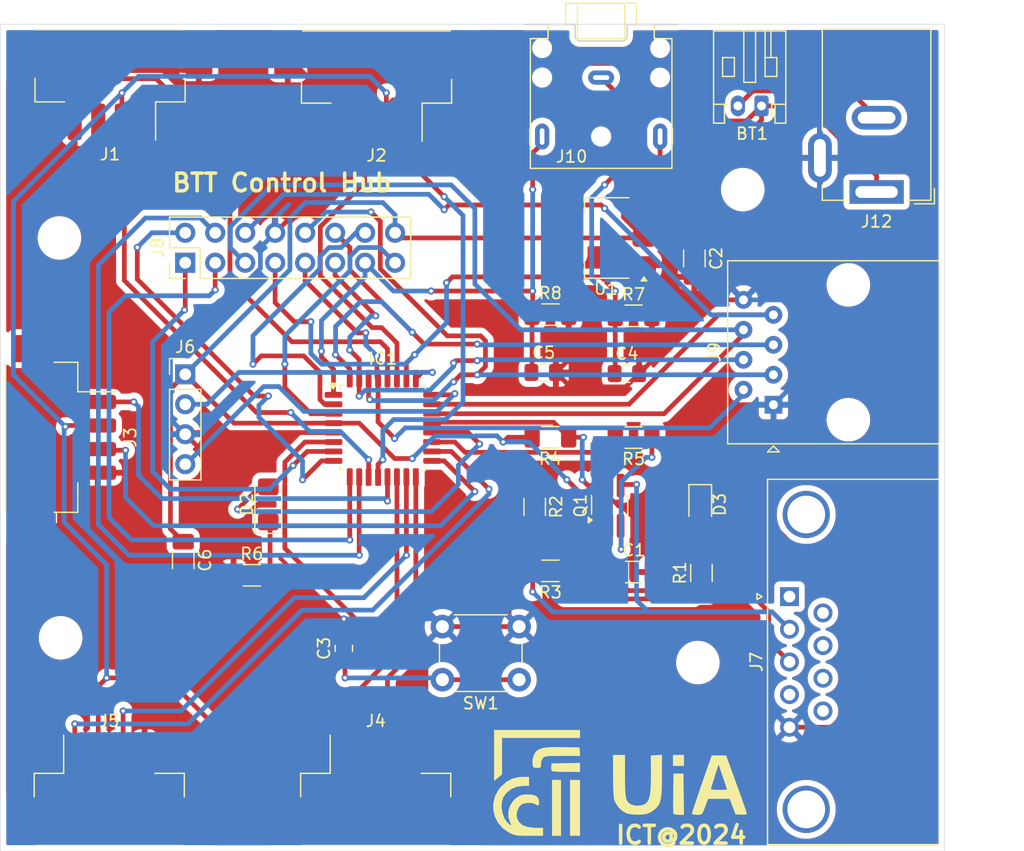
<source format=kicad_pcb>
(kicad_pcb (version 20240108) (generator "pcbnew") (generator_version "8.0")
  (layers (0 "F.Cu" signal) (31 "B.Cu" signal) (34 "B.Paste" user) (35 "F.Paste" user) (36 "B.SilkS" user "B.Silkscreen") (37 "F.SilkS" user "F.Silkscreen") (38 "B.Mask" user) (39 "F.Mask" user) (44 "Edge.Cuts" user))
  (net 0 "")
  (net 1 "Net-(BT1--)")
  (net 2 "+6V")
  (net 3 "Net-(D3-A)")
  (net 4 "GNDREF")
  (net 5 "Net-(IC1-VDD{slash}VDDA)")
  (net 6 "NRST")
  (net 7 "PA15")
  (net 8 "PB9")
  (net 9 "Net-(D3-K)")
  (net 10 "Net-(D2-A)")
  (net 11 "Net-(D2-K)")
  (net 12 "Target1int")
  (net 13 "Servo1pwm")
  (net 14 "Target2Int")
  (net 15 "Servo2pwm")
  (net 16 "Target3Int")
  (net 17 "Servo3pwm")
  (net 18 "Target4Int")
  (net 19 "Servo4pwm")
  (net 20 "Target5Int")
  (net 21 "Servo5pwm")
  (net 22 "SWCLK{slash}BOOT0")
  (net 23 "SWDIO")
  (net 30 "Net-(Q1B-C2)")
  (net 31 "PB8")
  (net 32 "PA12")
  (net 33 "PB7")
  (net 34 "PA0")
  (net 35 "USART2_RX")
  (net 36 "PB5")
  (net 37 "PA1")
  (net 38 "PB6")
  (net 39 "PC14")
  (net 40 "USART2_TX")
  (net 41 "PC15")
  (net 42 "PA11")
  (net 43 "Net-(Q1A-B1)")
  (net 44 "USART1_RX")
  (net 45 "Net-(Q1B-B2)")
  (net 46 "USART1_TX")
  (footprint "Resistor_SMD:R_1206_3216Metric_Pad1.30x1.75mm_HandSolder" (layer "F.Cu") (at 158.05 82.7)
    (property "Reference" "R7")
    (property "Value" "10k")
  )
  (footprint "Resistor_SMD:R_1206_3216Metric_Pad1.30x1.75mm_HandSolder" (layer "F.Cu") (at 158.05 93.025 180)
    (property "Reference" "R5")
    (property "Value" "10k")
  )
  (footprint "Connector_Hirose:Hirose_DF3EA-04P-2H_1x04-1MP_P2.00mm_Horizontal" (layer "F.Cu") (at 136.270331 63.505 180)
    (property "Reference" "J2")
    (property "Value" "Target2")
  )
  (footprint "MountingHole:MountingHole_3.2mm_M3" (layer "F.Cu") (at 163.5 112.1)
    (property "Reference" "REF**" (hide yes))
    (property "Value" "MountingHole_3.2mm_M3" (hide yes))
  )
  (footprint "Connector_Hirose:Hirose_DF3EA-04P-2H_1x04-1MP_P2.00mm_Horizontal" (layer "F.Cu") (at 113.62 122.65)
    (property "Reference" "J5")
    (property "Value" "Target5")
  )
  (footprint "Capacitor_SMD:C_1206_3216Metric_Pad1.33x1.80mm_HandSolder" (layer "F.Cu") (at 158.08 104.425)
    (property "Reference" "C1")
    (property "Value" "47uF")
  )
  (footprint "Connector_PinHeader_2.54mm:PinHeader_1x04_P2.54mm_Vertical" (layer "F.Cu") (at 120.06 87.66)
    (property "Reference" "J6")
    (property "Value" "SWD")
  )
  (footprint "Diode_SMD:D_0805_2012Metric" (layer "F.Cu") (at 163.7 98.7 -90)
    (property "Reference" "D3")
    (property "Value" "CD4148W")
  )
  (footprint "Connector_RJ:RJ45_Amphenol_54602-x08_Horizontal" (layer "F.Cu") (at 169.9 90.2375 90)
    (property "Reference" "J9")
    (property "Value" "8P8C")
  )
  (footprint "Capacitor_SMD:C_1206_3216Metric_Pad1.33x1.80mm_HandSolder" (layer "F.Cu") (at 163.2 77.8375 -90)
    (property "Reference" "C2")
    (property "Value" "470µ")
  )
  (footprint "Package_TO_SOT_SMD:TSOT-23-6_HandSoldering" (layer "F.Cu") (at 156 98.8 90)
    (property "Reference" "Q1")
    (property "Value" "FMB3946")
  )
  (footprint "Connector_Hirose:Hirose_DF3EA-04P-2H_1x04-1MP_P2.00mm_Horizontal" (layer "F.Cu") (at 136.2 122.65)
    (property "Reference" "J4")
    (property "Value" "Target4")
  )
  (footprint "Connector_JST:JST_PH_S2B-PH-K_1x02_P2.00mm_Horizontal" (layer "F.Cu") (at 168.890331 64.905 180)
    (property "Reference" "BT1")
    (property "Value" "Battery")
  )
  (footprint "Capacitor_SMD:C_1206_3216Metric_Pad1.33x1.80mm_HandSolder" (layer "F.Cu") (at 119.890331 103.4175 -90)
    (property "Reference" "C6")
    (property "Value" "100n")
  )
  (footprint "Resistor_SMD:R_1206_3216Metric_Pad1.30x1.75mm_HandSolder" (layer "F.Cu") (at 151 104.325 180)
    (property "Reference" "R3")
    (property "Value" "10k")
  )
  (footprint "Connector_Dsub:DSUB-9_Female_Horizontal_P2.77x2.84mm_EdgePinOffset9.90mm_Housed_MountingHolesOffset11.32mm" (layer "F.Cu") (at 171.26 106.505 90)
    (property "Reference" "J7")
    (property "Value" "DB9_Female" (hide yes))
  )
  (footprint "uia_Logo:uiaLogo" (layer "F.Cu") (at 156.9 122.3)
    (property "Reference" "G***" (hide yes))
    (property "Value" "LOGO" (hide yes))
  )
  (footprint "MountingHole:MountingHole_3.2mm_M3" (layer "F.Cu") (at 167.3 72)
    (property "Reference" "REF**" (hide yes))
    (property "Value" "MountingHole_3.2mm_M3" (hide yes))
  )
  (footprint "Connector_Hirose:Hirose_DF3EA-04P-2H_1x04-1MP_P2.00mm_Horizontal" (layer "F.Cu") (at 109.8 93 -90)
    (property "Reference" "J3")
    (property "Value" "Target3")
  )
  (footprint "Capacitor_SMD:C_0805_2012Metric_Pad1.18x1.45mm_HandSolder" (layer "F.Cu") (at 157.48 87.6)
    (property "Reference" "C4")
    (property "Value" "100nF")
  )
  (footprint "Resistor_SMD:R_1206_3216Metric_Pad1.30x1.75mm_HandSolder" (layer "F.Cu") (at 163.8 104.5 90)
    (property "Reference" "R1")
    (property "Value" "10k")
  )
  (footprint "Connector_Audio:Jack_3.5mm_CUI_SJ1-3523N_Horizontal" (layer "F.Cu") (at 155.3 62.5 180)
    (property "Reference" "J10")
    (property "Value" "AudioJack3")
    (fp_line (start 2.2 4.5) (end 6.5 4.5) (stroke (width 0.12)) (layer "Edge.Cuts"))
    (fp_line (start 2.2 3.5) (end 2.2 4.5) (stroke (width 0.12)) (layer "Edge.Cuts"))
    (fp_line (start 1.8 3.1) (end -1.8 3.1) (stroke (width 0.12)) (layer "Edge.Cuts"))
    (fp_line (start -2.2 4.5) (end -6.5 4.5) (stroke (width 0.12)) (layer "Edge.Cuts"))
    (fp_line (start -2.2 3.5) (end -2.2 4.5) (stroke (width 0.12)) (layer "Edge.Cuts"))
    (fp_arc (start 1.8 3.1) (mid 2.082843 3.217157) (end 2.2 3.5) (stroke (width 0.12)) (layer "Edge.Cuts"))
    (fp_arc (start -2.2 3.5) (mid -2.082842 3.217158) (end -1.8 3.1) (stroke (width 0.12)) (layer "Edge.Cuts"))
  )
  (footprint "Resistor_SMD:R_1206_3216Metric_Pad1.30x1.75mm_HandSolder" (layer "F.Cu") (at 149.67 98.9 -90)
    (property "Reference" "R2")
    (property "Value" "10k")
  )
  (footprint "Resistor_SMD:R_1206_3216Metric_Pad1.30x1.75mm_HandSolder" (layer "F.Cu") (at 151 93 180)
    (property "Reference" "R4")
    (property "Value" "10k")
  )
  (footprint "Connector_Hirose:Hirose_DF3EA-04P-2H_1x04-1MP_P2.00mm_Horizontal" (layer "F.Cu") (at 113.690331 63.405 180)
    (property "Reference" "J1")
    (property "Value" "Target1")
  )
  (footprint "Button_Switch_THT:SW_PUSH_6mm_H5mm" (layer "F.Cu") (at 148.35 113.55 180)
    (property "Reference" "SW1")
    (property "Value" "RESET")
  )
  (footprint "Connector_PinHeader_2.54mm:PinHeader_2x08_P2.54mm_Vertical" (layer "F.Cu") (at 120.06 78.2 90)
    (property "Reference" "J8")
    (property "Value" "Utility Pins ")
  )
  (footprint "MountingHole:MountingHole_3.2mm_M3" (layer "F.Cu") (at 109.4 76.1)
    (property "Reference" "REF**" (hide yes))
    (property "Value" "MountingHole_3.2mm_M3" (hide yes))
  )
  (footprint "Resistor_SMD:R_1206_3216Metric_Pad1.30x1.75mm_HandSolder" (layer "F.Cu") (at 151 82.6)
    (property "Reference" "R8")
    (property "Value" "10k")
  )
  (footprint "LED_SMD:LED_1206_3216Metric_Pad1.42x1.75mm_HandSolder" (layer "F.Cu") (at 127.1 98.6875 90)
    (property "Reference" "D2")
    (property "Value" "LED")
  )
  (footprint "Package_TO_SOT_SMD:SOT-223-3_TabPin2" (layer "F.Cu") (at 155.8 76.1 180)
    (property "Reference" "U1")
    (property "Value" "AMS1117-3.3")
  )
  (footprint "Capacitor_SMD:C_0805_2012Metric_Pad1.18x1.45mm_HandSolder" (layer "F.Cu") (at 133.5 110.9 90)
    (property "Reference" "C3")
    (property "Value" "100nF")
  )
  (footprint "Capacitor_SMD:C_0805_2012Metric_Pad1.18x1.45mm_HandSolder" (layer "F.Cu") (at 150.43 87.5)
    (property "Reference" "C5")
    (property "Value" "100nF")
  )
  (footprint "MountingHole:MountingHole_3.2mm_M3" (layer "F.Cu") (at 109.5 110)
    (property "Reference" "REF**" (hide yes))
    (property "Value" "MountingHole_3.2mm_M3" (hide yes))
  )
  (footprint "Package_QFP:LQFP-32_7x7mm_P0.8mm" (layer "F.Cu") (at 136.8 92.2)
    (property "Reference" "IC1")
    (property "Value" "STM32G030K6T6")
  )
  (footprint "Resistor_SMD:R_1206_3216Metric_Pad1.30x1.75mm_HandSolder" (layer "F.Cu") (at 125.7 104.7)
    (property "Reference" "R6")
    (property "Value" "1k")
  )
  (footprint "Connector_BarrelJack:BarrelJack_GCT_DCJ200-10-A_Horizontal" (layer "F.Cu") (at 178.640331 72.205 180)
    (property "Reference" "J12")
    (property "Value" "Barrel_Jack_Switch" (hide yes))
  )
  (gr_rect (start 104.390331 57.98) (end 184.390331 128.08) (stroke (width 0.05)) (fill none) (layer "Edge.Cuts"))
  (gr_text "BTT Control Hub" (at 118.8 72.3 0) (layer "F.SilkS") (effects (font (size 1.5 1.5) (thickness 0.3) (bold yes)) (justify left bottom)))
  (gr_text "ICT@2024" (at 156.4 127.6 0) (layer "F.SilkS") (effects (font (size 1.5 1.5) (thickness 0.3) (bold yes)) (justify left bottom)))
  (segment (start 176.365331 63.63) (end 168.165331 63.63) (width 0.4) (layer "F.Cu") (net 1))
  (segment (start 178.640331 65.905) (end 176.365331 63.63) (width 0.4) (layer "F.Cu") (net 1))
  (segment (start 168.165331 63.63) (end 166.890331 64.905) (width 0.4) (layer "F.Cu") (net 1))
  (segment (start 114.690331 66.255) (end 114.690331 63.809669) (width 0.4) (layer "F.Cu") (net 2))
  (segment (start 172.740331 64.905) (end 168.890331 64.905) (width 0.4) (layer "F.Cu") (net 2))
  (segment (start 158.95 73.8) (end 161.2 73.8) (width 0.4) (layer "F.Cu") (net 2))
  (segment (start 146.471497 61.3) (end 143.371497 64.4) (width 0.4) (layer "F.Cu") (net 2))
  (segment (start 112.65 92) (end 110 92) (width 0.4) (layer "F.Cu") (net 2))
  (segment (start 161.2 73.8) (end 168.890331 66.109669) (width 0.4) (layer "F.Cu") (net 2))
  (segment (start 161.58 66.18) (end 156.7 61.3) (width 0.4) (layer "F.Cu") (net 2))
  (segment (start 137.1 66.184669) (end 137.270331 66.355) (width 0.4) (layer "F.Cu") (net 2))
  (segment (start 112.690331 114.109669) (end 112.690331 118.309669) (width 0.4) (layer "F.Cu") (net 2))
  (segment (start 135.2 121.7) (end 135.2 119.8) (width 0.4) (layer "F.Cu") (net 2))
  (segment (start 168.890331 64.905) (end 167.615331 66.18) (width 0.4) (layer "F.Cu") (net 2))
  (segment (start 137.270331 64.805) (end 137.270331 66.355) (width 0.4) (layer "F.Cu") (net 2))
  (segment (start 137.675331 64.4) (end 137.270331 64.805) (width 0.4) (layer "F.Cu") (net 2))
  (segment (start 118.5 113.4) (end 127.6 122.5) (width 0.4) (layer "F.Cu") (net 2))
  (segment (start 178.640331 70.805) (end 172.740331 64.905) (width 0.4) (layer "F.Cu") (net 2))
  (segment (start 134.4 122.5) (end 135.2 121.7) (width 0.4) (layer "F.Cu") (net 2))
  (segment (start 167.615331 66.18) (end 161.58 66.18) (width 0.4) (layer "F.Cu") (net 2))
  (segment (start 137.1 63.8) (end 137.1 66.184669) (width 0.4) (layer "F.Cu") (net 2))
  (segment (start 156.7 61.3) (end 146.471497 61.3) (width 0.4) (layer "F.Cu") (net 2))
  (segment (start 114.690331 63.809669) (end 114.7 63.8) (width 0.4) (layer "F.Cu") (net 2))
  (segment (start 113.4 113.4) (end 112.690331 114.109669) (width 0.4) (layer "F.Cu") (net 2))
  (segment (start 110 92) (end 109.9 92.1) (width 0.4) (layer "F.Cu") (net 2))
  (segment (start 178.640331 72.205) (end 178.640331 70.805) (width 0.4) (layer "F.Cu") (net 2))
  (segment (start 113.4 113.4) (end 118.5 113.4) (width 0.4) (layer "F.Cu") (net 2))
  (segment (start 112.65 92) (end 111.1 92) (width 0.4) (layer "F.Cu") (net 2))
  (segment (start 127.6 122.5) (end 134.4 122.5) (width 0.4) (layer "F.Cu") (net 2))
  (segment (start 168.890331 66.109669) (end 168.890331 64.905) (width 0.4) (layer "F.Cu") (net 2))
  (segment (start 143.371497 64.4) (end 137.675331 64.4) (width 0.4) (layer "F.Cu") (net 2))
  (via (at 109.9 92.1) (size 0.6) (drill 0.3) (layers "F.Cu" "B.Cu") (net 2))
  (via (at 113.4 113.4) (size 0.6) (drill 0.3) (layers "F.Cu" "B.Cu") (net 2))
  (via (at 137.1 63.8) (size 0.6) (drill 0.3) (layers "F.Cu" "B.Cu") (net 2))
  (via (at 114.7 63.8) (size 0.6) (drill 0.3) (layers "F.Cu" "B.Cu") (net 2))
  (segment (start 113.4 113.4) (end 113.4 103.8) (width 0.4) (layer "B.Cu") (net 2))
  (segment (start 105.5 87.7) (end 105.5 73) (width 0.4) (layer "B.Cu") (net 2))
  (segment (start 109.9 92.1) (end 105.5 87.7) (width 0.4) (layer "B.Cu") (net 2))
  (segment (start 114.7 63.8) (end 116.1 62.4) (width 0.4) (layer "B.Cu") (net 2))
  (segment (start 109.8 100.2) (end 109.8 92.2) (width 0.4) (layer "B.Cu") (net 2))
  (segment (start 113.4 103.8) (end 109.8 100.2) (width 0.4) (layer "B.Cu") (net 2))
  (segment (start 105.5 73) (end 114.7 63.8) (width 0.4) (layer "B.Cu") (net 2))
  (segment (start 135.7 62.4) (end 137.1 63.8) (width 0.4) (layer "B.Cu") (net 2))
  (segment (start 116.1 62.4) (end 135.7 62.4) (width 0.4) (layer "B.Cu") (net 2))
  (segment (start 109.8 92.2) (end 109.9 92.1) (width 0.4) (layer "B.Cu") (net 2))
  (segment (start 156.4175 104.325) (end 156.5175 104.425) (width 0.4) (layer "F.Cu") (net 3))
  (segment (start 161.6 104.8) (end 160.4 106) (width 0.4) (layer "F.Cu") (net 3))
  (segment (start 160.4 106) (end 157.6 106) (width 0.4) (layer "F.Cu") (net 3))
  (segment (start 152.55 104.325) (end 156.4175 104.325) (width 0.4) (layer "F.Cu") (net 3))
  (segment (start 157.6 106) (end 156.5175 104.9175) (width 0.4) (layer "F.Cu") (net 3))
  (segment (start 156.5175 104.9175) (end 156.5175 104.425) (width 0.4) (layer "F.Cu") (net 3))
  (segment (start 163.7 99.6375) (end 161.6 101.7375) (width 0.4) (layer "F.Cu") (net 3))
  (segment (start 161.6 101.7375) (end 161.6 104.8) (width 0.4) (layer "F.Cu") (net 3))
  (segment (start 163.7 99.6375) (end 164.2625 99.6375) (width 0.4) (layer "F.Cu") (net 3))
  (segment (start 147.5 108.2) (end 147.5 99.52) (width 0.4) (layer "F.Cu") (net 4))
  (segment (start 156.729998 98.49) (end 156.39 98.49) (width 0.4) (layer "F.Cu") (net 4))
  (segment (start 110.690331 63.609669) (end 112.4 61.9) (width 0.4) (layer "F.Cu") (net 4))
  (segment (start 120.06 92.74) (end 122.5 95.18) (width 0.4) (layer "F.Cu") (net 4))
  (segment (start 132.625 92.6) (end 120.2 92.6) (width 0.4) (layer "F.Cu") (net 4))
  (segment (start 112.65 96) (end 112.65 97.739669) (width 0.4) (layer "F.Cu") (net 4))
  (segment (start 159.6425 104.425) (end 159.6425 101.402502) (width 0.4) (layer "F.Cu") (net 4))
  (segment (start 112.4 61.9) (end 112.7 61.9) (width 0.4) (layer "F.Cu") (net 4))
  (segment (start 110 122.6) (end 109.8 122.6) (width 0.4) (layer "F.Cu") (net 4))
  (segment (start 109.8 122.6) (end 108.8 121.6) (width 0.4) (layer "F.Cu") (net 4))
  (segment (start 143.72 125.4) (end 139.2 120.88) (width 0.4) (layer "F.Cu") (net 4))
  (segment (start 107.05 91.95) (end 111.1 96) (width 0.4) (layer "F.Cu") (net 4))
  (segment (start 143.790331 60.755) (end 134.145 60.755) (width 0.4) (layer "F.Cu") (net 4))
  (segment (start 106.1 125.4) (end 108.9 122.6) (width 0.4) (layer "F.Cu") (net 4))
  (segment (start 116.62 120.88) (end 116.62 119.8) (width 0.4) (layer "F.Cu") (net 4))
  (segment (start 108.8 121.6) (end 108.8 116.070331) (width 0.4) (layer "F.Cu") (net 4))
  (segment (start 165.2 95.8) (end 175.6 106.2) (width 0.4) (layer "F.Cu") (net 4))
  (segment (start 111.57 96) (end 112.65 96) (width 0.4) (layer "F.Cu") (net 4))
  (segment (start 118.3 61.9) (end 127.6 71.2) (width 0.4) (layer "F.Cu") (net 4))
  (segment (start 122.5 103.05) (end 124.15 104.7) (width 0.4) (layer "F.Cu") (net 4))
  (segment (start 108.9 122.6) (end 110 122.6) (width 0.4) (layer "F.Cu") (net 4))
  (segment (start 161.05 95.95) (end 161.2 95.8) (width 0.4) (layer "F.Cu") (net 4))
  (segment (start 147.5 99.52) (end 149.67 97.35) (width 0.4) (layer "F.Cu") (net 4))
  (segment (start 116.62 119.8) (end 116.62 121.35) (width 0.4) (layer "F.Cu") (net 4))
  (segment (start 159.6425 104.425) (end 159.6425 97.3575) (width 0.4) (layer "F.Cu") (net 4))
  (segment (start 128.68 125.4) (end 121.14 125.4) (width 0.4) (layer "F.Cu") (net 4))
  (segment (start 149.67 97.35) (end 149.67 96.63) (width 0.4) (layer "F.Cu") (net 4))
  (segment (start 134.145 60.755) (end 131.447665 63.452335) (width 0.4) (layer "F.Cu") (net 4))
  (segment (start 141.85 109.05) (end 148.35 109.05) (width 0.4) (layer "F.Cu") (net 4))
  (segment (start 159.6 82.7) (end 159.6 86.5175) (width 0.4) (layer "F.Cu") (net 4))
  (segment (start 124.15 104.7) (end 129.3125 109.8625) (width 0.4) (layer "F.Cu") (net 4))
  (segment (start 122.5 95.18) (end 122.5 103.05) (width 0.4) (layer "F.Cu") (net 4))
  (segment (start 112.7 61.9) (end 118.3 61.9) (width 0.4) (layer "F.Cu") (net 4))
  (segment (start 148.35 109.05) (end 147.5 108.2) (width 0.4) (layer "F.Cu") (net 4))
  (segment (start 151.4675 87.5) (end 152.6925 88.725) (width 0.4) (layer "F.Cu") (net 4))
  (segment (start 158.95 78.4) (end 158.95 82.05) (width 0.4) (layer "F.Cu") (net 4))
  (segment (start 116.62 121.35) (end 115.37 122.6) (width 0.4) (layer "F.Cu") (net 4))
  (segment (start 121.14 125.4) (end 116.62 120.88) (width 0.4) (layer "F.Cu") (net 4))
  (segment (start 158.95 82.05) (end 159.6 82.7) (width 0.4) (layer "F.Cu") (net 4))
  (segment (start 162.2 78.4) (end 163.2 79.4) (width 0.4) (layer "F.Cu") (net 4))
  (segment (start 119.965331 61.9) (end 112.7 61.9) (width 0.4) (layer "F.Cu") (net 4))
  (segment (start 107.05 100.52) (end 111.57 96) (width 0.4) (layer "F.Cu") (net 4))
  (segment (start 133.270331 70.069669) (end 127.68 75.66) (width 0.4) (layer "F.Cu") (net 4))
  (segment (start 167.36 81.3475) (end 165.1475 81.3475) (width 0.4) (layer "F.Cu") (net 4))
  (segment (start 174.815 117.585) (end 171.26 117.585) (width 0.4) (layer "F.Cu") (net 4))
  (segment (start 159.6 86.5175) (end 158.5175 87.6) (width 0.4) (layer "F.Cu") (net 4))
  (segment (start 127.6 71.2) (end 127.6 75.58) (width 0.4) (layer "F.Cu") (net 4))
  (segment (start 152.55 86.4175) (end 151.4675 87.5) (width 0.4) (layer "F.Cu") (net 4))
  (segment (start 115.37 122.6) (end 110 122.6) (width 0.4) (layer "F.Cu") (net 4))
  (segment (start 107.05 85.48) (end 107.05 91.95) (width 0.4) (layer "F.Cu") (net 4))
  (segment (start 121.210331 60.655) (end 119.965331 61.9) (width 0.4) (layer "F.Cu") (net 4))
  (segment (start 173.840331 69.305) (end 172.765331 69.305) (width 0.4) (layer "F.Cu") (net 4))
  (segment (start 123.87 104.98) (end 124.15 104.7) (width 0.4) (layer "F.Cu") (net 4))
  (segment (start 127.6 75.58) (end 127.68 75.66) (width 0.4) (layer "F.Cu") (net 4))
  (segment (start 119.890331 104.98) (end 123.87 104.98) (width 0.4) (layer "F.Cu") (net 4))
  (segment (start 156 98.1) (end 156 97.09) (width 0.4) (layer "F.Cu") (net 4))
  (segment (start 110.690331 66.255) (end 110.690331 63.609669) (width 0.4) (layer "F.Cu") (net 4))
  (segment (start 129.3125 109.8625) (end 133.5 109.8625) (width 0.4) (layer "F.Cu") (net 4))
  (segment (start 165.1475 81.3475) (end 163.2 79.4) (width 0.4) (layer "F.Cu") (net 4))
  (segment (start 110.690331 66.255) (end 106.170331 61.735) (width 0.4) (layer "F.Cu") (net 4))
  (segment (start 156.39 98.49) (end 156 98.1) (width 0.4) (layer "F.Cu") (net 4))
  (segment (start 111.1 96) (end 112.65 96) (width 0.4) (layer "F.Cu") (net 4))
  (segment (start 140.45 118.55) (end 140.45 110.45) (width 0.4) (layer "F.Cu") (net 4))
  (segment (start 131.447665 63.452335) (end 133.270331 65.275) (width 0.4) (layer "F.Cu") (net 4))
  (segment (start 173.840331 74.867169) (end 167.36 81.3475) (width 0.4) (layer "F.Cu") (net 4))
  (segment (start 175.6 116.8) (end 174.815 117.585) (width 0.4) (layer "F.Cu") (net 4))
  (segment (start 128.750331 60.755) (end 131.447665 63.452335) (width 0.4) (layer "F.Cu") (net 4))
  (segment (start 133.270331 66.355) (end 133.270331 70.069669) (width 0.4) (layer "F.Cu") (net 4))
  (segment (start 120.2 92.6) (end 120.06 92.74) (width 0.4) (layer "F.Cu") (net 4))
  (segment (start 140.45 110.45) (end 141.85 109.05) (width 0.4) (layer "F.Cu") (net 4))
  (segment (start 169.9 90.2375) (end 166.7625 90.2375) (width 0.4) (layer "F.Cu") (net 4))
  (segment (start 175.6 106.2) (end 175.6 116.8) (width 0.4) (layer "F.Cu") (net 4))
  (segment (start 166.7625 90.2375) (end 161.05 95.95) (width 0.4) (layer "F.Cu") (net 4))
  (segment (start 149.67 96.63) (end 150.8 95.5) (width 0.4) (layer "F.Cu") (net 4))
  (segment (start 139.2 120.88) (end 139.2 119.8) (width 0.4) (layer "F.Cu") (net 4))
  (segment (start 139.270331 120.215) (end 139.270331 119.729669) (width 0.4) (layer "F.Cu") (net 4))
  (segment (start 157.3925 88.725) (end 158.5175 87.6) (width 0.4) (layer "F.Cu") (net 4))
  (segment (start 150.8 95.5) (end 155.6 95.5) (width 0.4) (layer "F.Cu") (net 4))
  (segment (start 112.65 97.739669) (end 119.890331 104.98) (width 0.4) (layer "F.Cu") (net 4))
  (segment (start 159.6425 97.3575) (end 161.05 95.95) (width 0.4) (layer "F.Cu") (net 4))
  (segment (start 161.2 95.8) (end 165.2 95.8) (width 0.4) (layer "F.Cu") (net 4))
  (segment (start 139.270331 119.729669) (end 140.45 118.55) (width 0.4) (layer "F.Cu") (net 4))
  (segment (start 106.170331 61.735) (end 106.170331 60.655) (width 0.4) (layer "F.Cu") (net 4))
  (segment (start 133.270331 65.275) (end 133.270331 66.355) (width 0.4) (layer "F.Cu") (net 4))
  (segment (start 155.6 95.5) (end 156 95.9) (width 0.4) (layer "F.Cu") (net 4))
  (segment (start 156 95.9) (end 156 97.09) (width 0.4) (layer "F.Cu") (net 4))
  (segment (start 108.8 116.070331) (end 119.890331 104.98) (width 0.4) (layer "F.Cu") (net 4))
  (segment (start 152.6925 88.725) (end 157.3925 88.725) (width 0.4) (layer "F.Cu") (net 4))
  (segment (start 133.5 109.8625) (end 133.5 108.4) (width 0.4) (layer "F.Cu") (net 4))
  (segment (start 152.55 82.6) (end 152.55 86.4175) (width 0.4) (layer "F.Cu") (net 4))
  (segment (start 173.840331 69.305) (end 173.840331 74.867169) (width 0.4) (layer "F.Cu") (net 4))
  (segment (start 159.6425 101.402502) (end 156.729998 98.49) (width 0.4) (layer "F.Cu") (net 4))
  (segment (start 158.95 78.4) (end 162.2 78.4) (width 0.4) (layer "F.Cu") (net 4))
  (via (at 133.5 108.4) (size 0.6) (drill 0.3) (layers "F.Cu" "B.Cu") (net 4))
  (segment (start 169.9 90.2375) (end 171.440331 88.697169) (width 0.4) (layer "B.Cu") (net 4))
  (segment (start 133.5 108.4) (end 141.2 108.4) (width 0.4) (layer "B.Cu") (net 4))
  (segment (start 171.440331 88.697169) (end 171.440331 82.141154) (width 0.4) (layer "B.Cu") (net 4))
  (segment (start 126.43 78.677767) (end 126.43 76.91) (width 0.4) (layer "B.Cu") (net 4))
  (segment (start 118.81 86.297767) (end 126.43 78.677767) (width 0.4) (layer "B.Cu") (net 4))
  (segment (start 118.81 91.49) (end 118.81 86.297767) (width 0.4) (layer "B.Cu") (net 4))
  (segment (start 126.43 76.91) (end 127.68 75.66) (width 0.4) (layer "B.Cu") (net 4))
  (segment (start 120.06 92.74) (end 118.81 91.49) (width 0.4) (layer "B.Cu") (net 4))
  (segment (start 170.646677 81.3475) (end 167.750331 81.3475) (width 0.4) (layer "B.Cu") (net 4))
  (segment (start 141.2 108.4) (end 141.85 109.05) (width 0.4) (layer "B.Cu") (net 4))
  (segment (start 171.440331 82.141154) (end 170.646677 81.3475) (width 0.4) (layer "B.Cu") (net 4))
  (segment (start 157.2 72.8) (end 157.2 74.35) (width 0.4) (layer "F.Cu") (net 5))
  (segment (start 154.5 98.7) (end 152.4 96.6) (width 0.4) (layer "F.Cu") (net 5))
  (segment (start 159.125 76.275) (end 158.95 76.1) (width 0.4) (layer "F.Cu") (net 5))
  (segment (start 160.3 67.5) (end 160.3 69.7) (width 0.4) (layer "F.Cu") (net 5))
  (segment (start 119.890331 101.855) (end 118.81 100.774669) (width 0.4) (layer "F.Cu") (net 5))
  (segment (start 132.625 91.8) (end 124.2 91.8) (width 0.4) (layer "F.Cu") (net 5))
  (segment (start 158.95 76.1) (end 152.65 76.1) (width 0.4) (layer "F.Cu") (net 5))
  (segment (start 147 93.4) (end 147.4 93) (width 0.4) (layer "F.Cu") (net 5))
  (segment (start 118.81 100.774669) (end 118.81 88.91) (width 0.4) (layer "F.Cu") (net 5))
  (segment (start 118.81 88.91) (end 120.06 87.66) (width 0.4) (layer "F.Cu") (net 5))
  (segment (start 163.2 76.275) (end 159.125 76.275) (width 0.4) (layer "F.Cu") (net 5))
  (segment (start 137.8 94.8) (end 139.3 94.8) (width 0.4) (layer "F.Cu") (net 5))
  (segment (start 160.3 69.7) (end 157.2 72.8) (width 0.4) (layer "F.Cu") (net 5))
  (segment (start 156 100.51) (end 156 99.3) (width 0.4) (layer "F.Cu") (net 5))
  (segment (start 152.65 76.1) (end 138.28 76.1) (width 0.4) (layer "F.Cu") (net 5))
  (segment (start 132.625 91.8) (end 134.8 91.8) (width 0.4) (layer "F.Cu") (net 5))
  (segment (start 147.4 93) (end 149.45 93) (width 0.4) (layer "F.Cu") (net 5))
  (segment (start 156 99.3) (end 155.4 98.7) (width 0.4) (layer "F.Cu") (net 5))
  (segment (start 134.8 91.8) (end 137.8 94.8) (width 0.4) (layer "F.Cu") (net 5))
  (segment (start 157.2 74.35) (end 158.95 76.1) (width 0.4) (layer "F.Cu") (net 5))
  (segment (start 124.2 91.8) (end 120.06 87.66) (width 0.4) (layer "F.Cu") (net 5))
  (segment (start 155.4 98.7) (end 154.5 98.7) (width 0.4) (layer "F.Cu") (net 5))
  (segment (start 138.28 76.1) (end 137.84 75.66) (width 0.4) (layer "F.Cu") (net 5))
  (via (at 152.4 96.6) (size 0.6) (drill 0.3) (layers "F.Cu" "B.Cu") (net 5))
  (via (at 139.3 94.8) (size 0.6) (drill 0.3) (layers "F.Cu" "B.Cu") (net 5))
  (via (at 147 93.4) (size 0.6) (drill 0.3) (layers "F.Cu" "B.Cu") (net 5))
  (segment (start 147 93.4) (end 146.475 92.875) (width 0.4) (layer "B.Cu") (net 5))
  (segment (start 146.475 92.875) (end 144.71005 92.875) (width 0.4) (layer "B.Cu") (net 5))
  (segment (start 144.71005 92.875) (end 144.68505 92.9) (width 0.4) (layer "B.Cu") (net 5))
  (segment (start 136.8 73.1) (end 130.25 73.1) (width 0.4) (layer "B.Cu") (net 5))
  (segment (start 141.2 92.9) (end 139.3 94.8) (width 0.4) (layer "B.Cu") (net 5))
  (segment (start 144.68505 92.9) (end 141.2 92.9) (width 0.4) (layer "B.Cu") (net 5))
  (segment (start 128.93 74.42) (end 128.93 78.79) (width 0.4) (layer "B.Cu") (net 5))
  (segment (start 137.84 74.14) (end 136.8 73.1) (width 0.4) (layer "B.Cu") (net 5))
  (segment (start 149.2 93.4) (end 152.4 96.6) (width 0.4) (layer "B.Cu") (net 5))
  (segment (start 147 93.4) (end 149.2 93.4) (width 0.4) (layer "B.Cu") (net 5))
  (segment (start 130.25 73.1) (end 128.93 74.42) (width 0.4) (layer "B.Cu") (net 5))
  (segment (start 137.84 75.66) (end 137.84 74.14) (width 0.4) (layer "B.Cu") (net 5))
  (segment (start 128.93 78.79) (end 120.06 87.66) (width 0.4) (layer "B.Cu") (net 5))
  (segment (start 130.21005 93.4) (end 128.5 95.11005) (width 0.4) (layer "F.Cu") (net 6))
  (segment (start 134.625 110.8125) (end 133.5 111.9375) (width 0.4) (layer "F.Cu") (net 6))
  (segment (start 133.6 112.0375) (end 133.5 111.9375) (width 0.4) (layer "F.Cu") (net 6))
  (segment (start 128.5 95.11005) (end 128.5 102.4) (width 0.4) (layer "F.Cu") (net 6))
  (segment (start 134.625 108.525) (end 134.625 110.8125) (width 0.4) (layer "F.Cu") (net 6))
  (segment (start 133.6 113.4) (end 133.6 112.0375) (width 0.4) (layer "F.Cu") (net 6))
  (segment (start 128.5 102.4) (end 134.625 108.525) (width 0.4) (layer "F.Cu") (net 6))
  (segment (start 141.85 113.55) (end 148.35 113.55) (width 0.4) (layer "F.Cu") (net 6))
  (segment (start 132.625 93.4) (end 130.21005 93.4) (width 0.4) (layer "F.Cu") (net 6))
  (via (at 133.6 113.4) (size 0.6) (drill 0.3) (layers "F.Cu" "B.Cu") (net 6))
  (segment (start 141.7 113.4) (end 133.6 113.4) (width 0.4) (layer "B.Cu") (net 6))
  (segment (start 141.8 113.5) (end 141.7 113.4) (width 0.4) (layer "B.Cu") (net 6))
  (segment (start 156.8 70.4) (end 155.6 71.6) (width 0.4) (layer "F.Cu") (net 7))
  (segment (start 130.7 83.2) (end 129.3 83.2) (width 0.4) (layer "F.Cu") (net 7))
  (segment (start 156.5 80.6) (end 156.5 82.7) (width 0.4) (layer "F.Cu") (net 7))
  (segment (start 142.2 79.9) (end 142.7 79.4) (width 0.4) (layer "F.Cu") (net 7))
  (segment (start 139.5 86) (end 138.8 86.7) (width 0.4) (layer "F.Cu") (net 7))
  (segment (start 156.5 87.5425) (end 156.4425 87.6) (width 0.4) (layer "F.Cu") (net 7))
  (segment (start 156.8 64) (end 156.8 70.4) (width 0.4) (layer "F.Cu") (net 7))
  (segment (start 156.5 82.7) (end 156.5 87.5425) (width 0.4) (layer "F.Cu") (net 7))
  (segment (start 127.68 81.58) (end 127.68 78.2) (width 0.4) (layer "F.Cu") (net 7))
  (segment (start 138.8 86.7) (end 138.8 88.025) (width 0.4) (layer "F.Cu") (net 7))
  (segment (start 142.7 79.4) (end 155.3 79.4) (width 0.4) (layer "F.Cu") (net 7))
  (segment (start 155.3 62.5) (end 156.8 64) (width 0.4) (layer "F.Cu") (net 7))
  (segment (start 155.3 79.4) (end 156.5 80.6) (width 0.4) (layer "F.Cu") (net 7))
  (segment (start 129.3 83.2) (end 127.68 81.58) (width 0.4) (layer "F.Cu") (net 7))
  (via (at 156.5 80.6) (size 0.6) (drill 0.3) (layers "F.Cu" "B.Cu") (net 7))
  (via (at 155.6 71.6) (size 0.6) (drill 0.3) (layers "F.Cu" "B.Cu") (net 7))
  (via (at 130.7 83.2) (size 0.6) (drill 0.3) (layers "F.Cu" "B.Cu") (net 7))
  (via (at 142.2 79.9) (size 0.6) (drill 0.3) (layers "F.Cu" "B.Cu") (net 7))
  (via (at 139.5 86) (size 0.6) (drill 0.3) (layers "F.Cu" "B.Cu") (net 7))
  (segment (start 154.5 79.6) (end 155.5 80.6) (width 0.4) (layer "B.Cu") (net 7))
  (segment (start 139.5 86) (end 138.7 86.8) (width 0.4) (layer "B.Cu") (net 7))
  (segment (start 154.5 72.7) (end 154.5 79.6) (width 0.4) (layer "B.Cu") (net 7))
  (segment (start 142.2 79.9) (end 142.2 83.3) (width 0.4) (layer "B.Cu") (net 7))
  (segment (start 155.5 80.6) (end 156.5 80.6) (width 0.4) (layer "B.Cu") (net 7))
  (segment (start 142.2 83.3) (end 139.5 86) (width 0.4) (layer "B.Cu") (net 7))
  (segment (start 138.7 86.8) (end 131.6 86.8) (width 0.4) (layer "B.Cu") (net 7))
  (segment (start 130.7 85.9) (end 130.7 83.2) (width 0.4) (layer "B.Cu") (net 7))
  (segment (start 155.6 71.6) (end 154.5 72.7) (width 0.4) (layer "B.Cu") (net 7))
  (segment (start 131.6 86.8) (end 130.7 85.9) (width 0.4) (layer "B.Cu") (net 7))
  (segment (start 149.5 82.55) (end 149.45 82.6) (width 0.4) (layer "F.Cu") (net 8))
  (segment (start 149.5 68.9) (end 150.3 68.1) (width 0.4) (layer "F.Cu") (net 8))
  (segment (start 131.6 85.7) (end 131.6 86.2) (width 0.4) (layer "F.Cu") (net 8))
  (segment (start 140.9 80.6) (end 149.5 80.6) (width 0.4) (layer "F.Cu") (net 8))
  (segment (start 149.5 72) (end 149.5 68.9) (width 0.4) (layer "F.Cu") (net 8))
  (segment (start 132.625 87.225) (end 132.625 89.4) (width 0.4) (layer "F.Cu") (net 8))
  (segment (start 131.6 86.2) (end 132.625 87.225) (width 0.4) (layer "F.Cu") (net 8))
  (segment (start 150.3 67.845331) (end 150.390331 67.755) (width 0.4) (layer "F.Cu") (net 8))
  (segment (start 149.45 87.4425) (end 149.3925 87.5) (width 0.4) (layer "F.Cu") (net 8))
  (segment (start 150.3 68.1) (end 150.3 67.845331) (width 0.4) (layer "F.Cu") (net 8))
  (segment (start 149.45 82.6) (end 149.45 87.4425) (width 0.4) (layer "F.Cu") (net 8))
  (segment (start 149.5 80.6) (end 149.5 82.55) (width 0.4) (layer "F.Cu") (net 8))
  (via (at 131.6 85.7) (size 0.6) (drill 0.3) (layers "F.Cu" "B.Cu") (net 8))
  (via (at 149.5 72) (size 0.6) (drill 0.3) (layers "F.Cu" "B.Cu") (net 8))
  (via (at 140.9 80.6) (size 0.6) (drill 0.3) (layers "F.Cu" "B.Cu") (net 8))
  (via (at 149.5 80.6) (size 0.6) (drill 0.3) (layers "F.Cu" "B.Cu") (net 8))
  (segment (start 149.5 72) (end 149.5 80.6) (width 0.4) (layer "B.Cu") (net 8))
  (segment (start 131.6 83.1) (end 135.3 79.4) (width 0.4) (layer "B.Cu") (net 8))
  (segment (start 137.7 80.6) (end 135.3 78.2) (width 0.4) (layer "B.Cu") (net 8))
  (segment (start 135.3 79.4) (end 135.3 78.2) (width 0.4) (layer "B.Cu") (net 8))
  (segment (start 140.9 80.6) (end 137.7 80.6) (width 0.4) (layer "B.Cu") (net 8))
  (segment (start 131.6 85.7) (end 131.6 83.1) (width 0.4) (layer "B.Cu") (net 8))
  (segment (start 163.2375 97.7625) (end 163.7 97.7625) (width 0.4) (layer "F.Cu") (net 9))
  (segment (start 169.5 107.8) (end 169.5 110.285) (width 0.4) (layer "F.Cu") (net 9))
  (segment (start 164.65 102.95) (end 169.5 107.8) (width 0.4) (layer "F.Cu") (net 9))
  (segment (start 164.25 102.95) (end 163.8 102.95) (width 0.4) (layer "F.Cu") (net 9))
  (segment (start 163.7 97.7625) (end 164.4625 97.7625) (width 0.4) (layer "F.Cu") (net 9))
  (segment (start 163.8 102.95) (end 164.65 102.95) (width 0.4) (layer "F.Cu") (net 9))
  (segment (start 165.2 102) (end 164.25 102.95) (width 0.4) (layer "F.Cu") (net 9))
  (segment (start 169.5 110.285) (end 171.26 112.045) (width 0.4) (layer "F.Cu") (net 9))
  (segment (start 164.4625 97.7625) (end 165.2 98.5) (width 0.4) (layer "F.Cu") (net 9))
  (segment (start 165.2 98.5) (end 165.2 102) (width 0.4) (layer "F.Cu") (net 9))
  (segment (start 145 93.575) (end 144.025 92.6) (width 0.4) (layer "F.Cu") (net 10))
  (segment (start 126.4 97.2) (end 127.1 97.2) (width 0.4) (layer "F.Cu") (net 10))
  (segment (start 124.5 99.1) (end 126.4 97.2) (width 0.4) (layer "F.Cu") (net 10))
  (segment (start 144.025 92.6) (end 140.975 92.6) (width 0.4) (layer "F.Cu") (net 10))
  (via (at 145 93.575) (size 0.6) (drill 0.3) (layers "F.Cu" "B.Cu") (net 10))
  (via (at 124.5 99.1) (size 0.6) (drill 0.3) (layers "F.Cu" "B.Cu") (net 10))
  (segment (start 143.2 95.375) (end 143.2 97) (width 0.4) (layer "B.Cu") (net 10))
  (segment (start 124.7 99.3) (end 124.5 99.1) (width 0.4) (layer "B.Cu") (net 10))
  (segment (start 143.2 97) (end 140.9 99.3) (width 0.4) (layer "B.Cu") (net 10))
  (segment (start 145 93.575) (end 143.2 95.375) (width 0.4) (layer "B.Cu") (net 10))
  (segment (start 140.9 99.3) (end 124.7 99.3) (width 0.4) (layer "B.Cu") (net 10))
  (segment (start 127.25 100.325) (end 127.1 100.175) (width 0.4) (layer "F.Cu") (net 11))
  (segment (start 127.25 104.7) (end 127.25 100.325) (width 0.4) (layer "F.Cu") (net 11))
  (segment (start 129 90.9) (end 126.1 90.9) (width 0.4) (layer "F.Cu") (net 12))
  (segment (start 135.6 94.9) (end 135.6 96.375) (width 0.4) (layer "F.Cu") (net 12))
  (segment (start 116.690331 73.209669) (end 116.690331 66.255) (width 0.4) (layer "F.Cu") (net 12))
  (segment (start 114.9 75) (end 116.690331 73.209669) (width 0.4) (layer "F.Cu") (net 12))
  (segment (start 114.9 79.7) (end 114.9 75) (width 0.4) (layer "F.Cu") (net 12))
  (segment (start 126.1 90.9) (end 114.9 79.7) (width 0.4) (layer "F.Cu") (net 12))
  (via (at 135.6 94.9) (size 0.6) (drill 0.3) (layers "F.Cu" "B.Cu") (net 12))
  (via (at 129 90.9) (size 0.6) (drill 0.3) (layers "F.Cu" "B.Cu") (net 12))
  (segment (start 129 90.9) (end 130.6 92.5) (width 0.4) (layer "B.Cu") (net 12))
  (segment (start 130.6 92.5) (end 133.2 92.5) (width 0.4) (layer "B.Cu") (net 12))
  (segment (start 133.2 92.5) (end 135.6 94.9) (width 0.4) (layer "B.Cu") (net 12))
  (segment (start 123.85 79.65) (end 129.1 84.9) (width 0.4) (layer "F.Cu") (net 13))
  (segment (start 113.9 62.6) (end 117.6 62.6) (width 0.4) (layer "F.Cu") (net 13))
  (segment (start 136.6 84.9) (end 137.2 85.5) (width 0.4) (layer "F.Cu") (net 13))
  (segment (start 120.4 69.7) (end 123.85 73.15) (width 0.4) (layer "F.Cu") (net 13))
  (segment (start 117.6 62.6) (end 120.4 65.4) (width 0.4) (layer "F.Cu") (net 13))
  (segment (start 112.690331 63.809669) (end 113.9 62.6) (width 0.4) (layer "F.Cu") (net 13))
  (segment (start 137.2 85.5) (end 137.2 88.025) (width 0.4) (layer "F.Cu") (net 13))
  (segment (start 123.85 73.15) (end 123.85 79.65) (width 0.4) (layer "F.Cu") (net 13))
  (segment (start 120.4 65.4) (end 120.4 69.7) (width 0.4) (layer "F.Cu") (net 13))
  (segment (start 112.690331 66.255) (end 112.690331 63.809669) (width 0.4) (layer "F.Cu") (net 13))
  (segment (start 129.1 84.9) (end 136.6 84.9) (width 0.4) (layer "F.Cu") (net 13))
  (segment (start 136.4 95.3) (end 136.4 96.375) (width 0.4) (layer "F.Cu") (net 14))
  (segment (start 136.8 94.9) (end 136.4 95.3) (width 0.4) (layer "F.Cu") (net 14))
  (segment (start 139.270331 69.870331) (end 139.270331 66.355) (width 0.4) (layer "F.Cu") (net 14))
  (segment (start 142 72.6) (end 139.270331 69.870331) (width 0.4) (layer "F.Cu") (net 14))
  (via (at 142 72.6) (size 0.6) (drill 0.3) (layers "F.Cu" "B.Cu") (net 14))
  (via (at 136.8 94.9) (size 0.6) (drill 0.3) (layers "F.Cu" "B.Cu") (net 14))
  (segment (start 136.8 92.41005) (end 136.8 94.9) (width 0.4) (layer "B.Cu") (net 14))
  (segment (start 143.6 90) (end 142.1 91.5) (width 0.4) (layer "B.Cu") (net 14))
  (segment (start 143.6 74.2) (end 143.6 90) (width 0.4) (layer "B.Cu") (net 14))
  (segment (start 142.1 91.5) (end 137.71005 91.5) (width 0.4) (layer "B.Cu") (net 14))
  (segment (start 142 72.6) (end 143.6 74.2) (width 0.4) (layer "B.Cu") (net 14))
  (segment (start 137.71005 91.5) (end 136.8 92.41005) (width 0.4) (layer "B.Cu") (net 14))
  (segment (start 135.270331 66.355) (end 135.270331 71.381902) (width 0.4) (layer "F.Cu") (net 15))
  (segment (start 138 85) (end 138 88.025) (width 0.4) (layer "F.Cu") (net 15))
  (segment (start 131.51 75.142233) (end 131.51 79.31) (width 0.4) (layer "F.Cu") (net 15))
  (segment (start 135.9 83.7) (end 136.7 83.7) (width 0.4) (layer "F.Cu") (net 15))
  (segment (start 131.51 79.31) (end 135.9 83.7) (width 0.4) (layer "F.Cu") (net 15))
  (segment (start 136.7 83.7) (end 138 85) (width 0.4) (layer "F.Cu") (net 15))
  (segment (start 135.270331 71.381902) (end 131.51 75.142233) (width 0.4) (layer "F.Cu") (net 15))
  (segment (start 112.65 90) (end 115.7 90) (width 0.4) (layer "F.Cu") (net 16))
  (segment (start 137.2 98.4) (end 137.2 96.375) (width 0.4) (layer "F.Cu") (net 16))
  (via (at 137.2 98.4) (size 0.6) (drill 0.3) (layers "F.Cu" "B.Cu") (net 16))
  (via (at 115.7 90) (size 0.6) (drill 0.3) (layers "F.Cu" "B.Cu") (net 16))
  (segment (start 115.7 90) (end 116.1 90.4) (width 0.4) (layer "B.Cu") (net 16))
  (segment (start 116.1 96.2) (end 118.1 98.2) (width 0.4) (layer "B.Cu") (net 16))
  (segment (start 137 98.2) (end 137.2 98.4) (width 0.4) (layer "B.Cu") (net 16))
  (segment (start 118.1 98.2) (end 137 98.2) (width 0.4) (layer "B.Cu") (net 16))
  (segment (start 116.1 90.4) (end 116.1 96.2) (width 0.4) (layer "B.Cu") (net 16))
  (segment (start 140.975 95) (end 142 95) (width 0.4) (layer "F.Cu") (net 17))
  (segment (start 115 94.1) (end 112.75 94.1) (width 0.4) (layer "F.Cu") (net 17))
  (segment (start 142 95) (end 144.6 97.6) (width 0.4) (layer "F.Cu") (net 17))
  (segment (start 112.75 94.1) (end 112.65 94) (width 0.4) (layer "F.Cu") (net 17))
  (via (at 115 94.1) (size 0.6) (drill 0.3) (layers "F.Cu" "B.Cu") (net 17))
  (via (at 144.6 97.6) (size 0.6) (drill 0.3) (layers "F.Cu" "B.Cu") (net 17))
  (segment (start 141.7 100.5) (end 144.6 97.6) (width 0.4) (layer "B.Cu") (net 17))
  (segment (start 117.4 100.5) (end 141.7 100.5) (width 0.4) (layer "B.Cu") (net 17))
  (segment (start 115 94.1) (end 115 98.1) (width 0.4) (layer "B.Cu") (net 17))
  (segment (start 115 98.1) (end 117.4 100.5) (width 0.4) (layer "B.Cu") (net 17))
  (segment (start 138 111.2) (end 133.270331 115.929669) (width 0.4) (layer "F.Cu") (net 18))
  (segment (start 133.270331 115.929669) (end 133.270331 119.638834) (width 0.4) (layer "F.Cu") (net 18))
  (segment (start 138 96.375) (end 138 111.2) (width 0.4) (layer "F.Cu") (net 18))
  (segment (start 139.6 96.375) (end 139.6 111) (width 0.4) (layer "F.Cu") (net 19))
  (segment (start 137.270331 119.370331) (end 137.270331 120.215) (width 0.4) (layer "F.Cu") (net 19))
  (segment (start 137.2 113.4) (end 137.2 119.8) (width 0.4) (layer "F.Cu") (net 19))
  (segment (start 139.6 111) (end 137.2 113.4) (width 0.4) (layer "F.Cu") (net 19))
  (segment (start 142.6 94.2) (end 140.975 94.2) (width 0.4) (layer "F.Cu") (net 20))
  (segment (start 110.7 120.205331) (end 110.690331 120.215) (width 0.4) (layer "F.Cu") (net 20))
  (segment (start 110.7 117.3) (end 110.7 120.205331) (width 0.4) (layer "F.Cu") (net 20))
  (segment (start 145.794975 97.394975) (end 142.6 94.2) (width 0.4) (layer "F.Cu") (net 20))
  (via (at 110.7 117.3) (size 0.6) (drill 0.3) (layers "F.Cu" "B.Cu") (net 20))
  (via (at 145.794975 97.394975) (size 0.6) (drill 0.3) (layers "F.Cu" "B.Cu") (net 20))
  (segment (start 120.3 117.3) (end 110.7 117.3) (width 0.4) (layer "B.Cu") (net 20))
  (segment (start 129.95 107.65) (end 120.3 117.3) (width 0.4) (layer "B.Cu") (net 20))
  (segment (start 145.794975 97.805025) (end 135.95 107.65) (width 0.4) (layer "B.Cu") (net 20))
  (segment (start 145.794975 97.394975) (end 145.794975 97.805025) (width 0.4) (layer "B.Cu") (net 20))
  (segment (start 135.95 107.65) (end 129.95 107.65) (width 0.4) (layer "B.Cu") (net 20))
  (segment (start 138.8 96.375) (end 138.8 103) (width 0.4) (layer "F.Cu") (net 21))
  (segment (start 114.8 116.2) (end 114.8 119.62) (width 0.4) (layer "F.Cu") (net 21))
  (segment (start 114.8 119.62) (end 114.62 119.8) (width 0.4) (layer "F.Cu") (net 21))
  (via (at 138.8 103) (size 0.6) (drill 0.3) (layers "F.Cu" "B.Cu") (net 21))
  (via (at 114.8 116.2) (size 0.6) (drill 0.3) (layers "F.Cu" "B.Cu") (net 21))
  (segment (start 119.7 116.2) (end 114.8 116.2) (width 0.4) (layer "B.Cu") (net 21))
  (segment (start 129.3 106.6) (end 119.7 116.2) (width 0.4) (layer "B.Cu") (net 21))
  (segment (start 135.2 106.6) (end 129.3 106.6) (width 0.4) (layer "B.Cu") (net 21))
  (segment (start 138.8 103) (end 135.2 106.6) (width 0.4) (layer "B.Cu") (net 21))
  (segment (start 140.125 87.5) (end 139.6 88.025) (width 0.4) (layer "F.Cu") (net 22))
  (segment (start 141 87.5) (end 140.125 87.5) (width 0.4) (layer "F.Cu") (net 22))
  (via (at 141 87.5) (size 0.6) (drill 0.3) (layers "F.Cu" "B.Cu") (net 22))
  (segment (start 141 87.5) (end 124.6 87.5) (width 0.4) (layer "B.Cu") (net 22))
  (segment (start 121.9 90.2) (end 120.06 90.2) (width 0.4) (layer "B.Cu") (net 22))
  (segment (start 124.6 87.5) (end 121.9 90.2) (width 0.4) (layer "B.Cu") (net 22))
  (segment (start 142.8 89.4) (end 140.975 89.4) (width 0.4) (layer "F.Cu") (net 23))
  (segment (start 142.9 89.3) (end 142.8 89.4) (width 0.4) (layer "F.Cu") (net 23))
  (via (at 142.9 89.3) (size 0.6) (drill 0.3) (layers "F.Cu" "B.Cu") (net 23))
  (segment (start 120.12 95.28) (end 126.7 88.7) (width 0.4) (layer "B.Cu") (net 23))
  (segment (start 130.1 90.8) (end 141.4 90.8) (width 0.4) (layer "B.Cu") (net 23))
  (segment (start 141.4 90.8) (end 142.9 89.3) (width 0.4) (layer "B.Cu") (net 23))
  (segment (start 126.7 88.7) (end 128 88.7) (width 0.4) (layer "B.Cu") (net 23))
  (segment (start 120.06 95.28) (end 120.12 95.28) (width 0.4) (layer "B.Cu") (net 23))
  (segment (start 128 88.7) (end 130.1 90.8) (width 0.4) (layer "B.Cu") (net 23))
  (segment (start 157.04 97) (end 156.95 97.09) (width 0.4) (layer "F.Cu") (net 30))
  (segment (start 158.3 97) (end 157.04 97) (width 0.4) (layer "F.Cu") (net 30))
  (segment (start 149.5 106.1) (end 149.5 104.375) (width 0.4) (layer "F.Cu") (net 30))
  (segment (start 149.5 104.375) (end 149.45 104.325) (width 0.4) (layer "F.Cu") (net 30))
  (via (at 158.3 97) (size 0.6) (drill 0.3) (layers "F.Cu" "B.Cu") (net 30))
  (via (at 149.5 106.1) (size 0.6) (drill 0.3) (layers "F.Cu" "B.Cu") (net 30))
  (segment (start 169.785 107.8) (end 159.3 107.8) (width 0.4) (layer "B.Cu") (net 30))
  (segment (start 158.3 106.8) (end 158.3 97) (width 0.4) (layer "B.Cu") (net 30))
  (segment (start 159.3 107.8) (end 158.3 106.8) (width 0.4) (layer "B.Cu") (net 30))
  (segment (start 151.2 107.8) (end 149.5 106.1) (width 0.4) (layer "B.Cu") (net 30))
  (segment (start 171.26 109.275) (end 169.785 107.8) (width 0.4) (layer "B.Cu") (net 30))
  (segment (start 169.785 107.8) (end 151.2 107.8) (width 0.4) (layer "B.Cu") (net 30))
  (segment (start 134.01 76.91) (end 132.76 75.66) (width 0.4) (layer "F.Cu") (net 31))
  (segment (start 134 87.2) (end 134 88.025) (width 0.4) (layer "F.Cu") (net 31))
  (segment (start 134.01 78.81) (end 134.01 76.91) (width 0.4) (layer "F.Cu") (net 31))
  (segment (start 144.8 85.1) (end 140.3 85.1) (width 0.4) (layer "F.Cu") (net 31))
  (segment (start 140.3 85.1) (end 139.3 84.1) (width 0.4) (layer "F.Cu") (net 31))
  (segment (start 132.8 86) (end 134 87.2) (width 0.4) (layer "F.Cu") (net 31))
  (segment (start 139.3 84.1) (end 134.01 78.81) (width 0.4) (layer "F.Cu") (net 31))
  (via (at 139.3 84.1) (size 0.6) (drill 0.3) (layers "F.Cu" "B.Cu") (net 31))
  (via (at 132.8 86) (size 0.6) (drill 0.3) (layers "F.Cu" "B.Cu") (net 31))
  (via (at 144.8 85.1) (size 0.6) (drill 0.3) (layers "F.Cu" "B.Cu") (net 31))
  (segment (start 136.7 81.5) (end 139.3 84.1) (width 0.4) (layer "B.Cu") (net 31))
  (segment (start 132.8 83.6) (end 134.9 81.5) (width 0.4) (layer "B.Cu") (net 31))
  (segment (start 134.9 81.5) (end 136.7 81.5) (width 0.4) (layer "B.Cu") (net 31))
  (segment (start 144.8 85.1) (end 144.8575 85.1575) (width 0.4) (layer "B.Cu") (net 31))
  (segment (start 132.8 86) (end 132.8 83.6) (width 0.4) (layer "B.Cu") (net 31))
  (segment (start 144.8575 85.1575) (end 169.9 85.1575) (width 0.4) (layer "B.Cu") (net 31))
  (segment (start 142 73.7) (end 142.4 73.3) (width 0.4) (layer "F.Cu") (net 32))
  (segment (start 157.656166 90.2) (end 165.238666 82.6175) (width 0.4) (layer "F.Cu") (net 32))
  (segment (start 165.238666 82.6175) (end 169.9 82.6175) (width 0.4) (layer "F.Cu") (net 32))
  (segment (start 155.3 73.3) (end 155.6 73.6) (width 0.4) (layer "F.Cu") (net 32))
  (segment (start 142.4 73.3) (end 155.3 73.3) (width 0.4) (layer "F.Cu") (net 32))
  (segment (start 140.975 90.2) (end 157.656166 90.2) (width 0.4) (layer "F.Cu") (net 32))
  (via (at 155.6 73.6) (size 0.6) (drill 0.3) (layers "F.Cu" "B.Cu") (net 32))
  (via (at 142 73.7) (size 0.6) (drill 0.3) (layers "F.Cu" "B.Cu") (net 32))
  (segment (start 125.14 75.66) (end 128.4 72.4) (width 0.4) (layer "B.Cu") (net 32))
  (segment (start 140.7 72.4) (end 142 73.7) (width 0.4) (layer "B.Cu") (net 32))
  (segment (start 164.6175 82.6175) (end 169.9 82.6175) (width 0.4) (layer "B.Cu") (net 32))
  (segment (start 128.4 72.4) (end 140.7 72.4) (width 0.4) (layer "B.Cu") (net 32))
  (segment (start 155.6 73.6) (end 164.6175 82.6175) (width 0.4) (layer "B.Cu") (net 32))
  (segment (start 134.8 88.025) (end 134.8 86.4) (width 0.4) (layer "F.Cu") (net 33))
  (segment (start 143 86.5) (end 142.8 86.7) (width 0.4) (layer "F.Cu") (net 33))
  (segment (start 136.2 82.7) (end 136.189883 82.7) (width 0.4) (layer "F.Cu") (net 33))
  (segment (start 134.8 86.4) (end 134 85.6) (width 0.4) (layer "F.Cu") (net 33))
  (segment (start 144.8 86.5) (end 143 86.5) (width 0.4) (layer "F.Cu") (net 33))
  (segment (start 134.8 89.51005) (end 134.8 88.025) (width 0.4) (layer "F.Cu") (net 33))
  (segment (start 132.76 79.26) (end 132.76 78.2) (width 0.4) (layer "F.Cu") (net 33))
  (segment (start 136.2 82.7) (end 132.76 79.26) (width 0.4) (layer "F.Cu") (net 33))
  (via (at 134.8 89.51005) (size 0.6) (drill 0.3) (layers "F.Cu" "B.Cu") (net 33))
  (via (at 142.8 86.7) (size 0.6) (drill 0.3) (layers "F.Cu" "B.Cu") (net 33))
  (via (at 136.2 82.7) (size 0.6) (drill 0.3) (layers "F.Cu" "B.Cu") (net 33))
  (via (at 144.8 86.5) (size 0.6) (drill 0.3) (layers "F.Cu" "B.Cu") (net 33))
  (via (at 134 85.6) (size 0.6) (drill 0.3) (layers "F.Cu" "B.Cu") (net 33))
  (segment (start 142.8 87) (end 142.8 86.7) (width 0.4) (layer "B.Cu") (net 33))
  (segment (start 144.8725 86.4275) (end 144.8 86.5) (width 0.4) (layer "B.Cu") (net 33))
  (segment (start 167.36 86.4275) (end 144.8725 86.4275) (width 0.4) (layer "B.Cu") (net 33))
  (segment (start 134.8 89.51005) (end 135.31005 89) (width 0.4) (layer "B.Cu") (net 33))
  (segment (start 135.81005 82.7) (end 134 84.51005) (width 0.4) (layer "B.Cu") (net 33))
  (segment (start 136.2 82.7) (end 135.81005 82.7) (width 0.4) (layer "B.Cu") (net 33))
  (segment (start 135.31005 89) (end 140.8 89) (width 0.4) (layer "B.Cu") (net 33))
  (segment (start 134 84.51005) (end 134 85.6) (width 0.4) (layer "B.Cu") (net 33))
  (segment (start 140.8 89) (end 142.8 87) (width 0.4) (layer "B.Cu") (net 33))
  (segment (start 130.4 94.2) (end 132.625 94.2) (width 0.4) (layer "F.Cu") (net 34))
  (segment (start 120 82.2) (end 120.06 82.14) (width 0.4) (layer "F.Cu") (net 34))
  (segment (start 120.06 82.14) (end 120.06 78.2) (width 0.4) (layer "F.Cu") (net 34))
  (segment (start 129.2 95.4) (end 130.4 94.2) (width 0.4) (layer "F.Cu") (net 34))
  (via (at 120 82.2) (size 0.6) (drill 0.3) (layers "F.Cu" "B.Cu") (net 34))
  (via (at 129.2 95.4) (size 0.6) (drill 0.3) (layers "F.Cu" "B.Cu") (net 34))
  (segment (start 127.2 97.4) (end 129.2 95.4) (width 0.4) (layer "B.Cu") (net 34))
  (segment (start 118.8 97.4) (end 127.2 97.4) (width 0.4) (layer "B.Cu") (net 34))
  (segment (start 117.3 95.9) (end 118.8 97.4) (width 0.4) (layer "B.Cu") (net 34))
  (segment (start 117.3 84.9) (end 117.3 95.9) (width 0.4) (layer "B.Cu") (net 34))
  (segment (start 120 82.2) (end 117.3 84.9) (width 0.4) (layer "B.Cu") (net 34))
  (segment (start 134.8 100.2) (end 134.8 103) (width 0.4) (layer "F.Cu") (net 35))
  (segment (start 134.8 96.375) (end 134.8 100.2) (width 0.4) (layer "F.Cu") (net 35))
  (via (at 134.8 103) (size 0.6) (drill 0.3) (layers "F.Cu" "B.Cu") (net 35))
  (segment (start 134.8 103) (end 115.3 103) (width 0.4) (layer "B.Cu") (net 35))
  (segment (start 112.7 100.4) (end 112.7 78.4) (width 0.4) (layer "B.Cu") (net 35))
  (segment (start 121.35 74.41) (end 122.6 75.66) (width 0.4) (layer "B.Cu") (net 35))
  (segment (start 112.7 78.4) (end 116.69 74.41) (width 0.4) (layer "B.Cu") (net 35))
  (segment (start 115.3 103) (end 112.7 100.4) (width 0.4) (layer "B.Cu") (net 35))
  (segment (start 116.69 74.41) (end 121.35 74.41) (width 0.4) (layer "B.Cu") (net 35))
  (segment (start 136.4 91.7) (end 136.4 88.025) (width 0.4) (layer "F.Cu") (net 36))
  (segment (start 136.3 87.925) (end 136.4 88.025) (width 0.4) (layer "F.Cu") (net 36))
  (segment (start 134.644975 84.144975) (end 135.355025 84.144975) (width 0.4) (layer "F.Cu") (net 36))
  (segment (start 137.8 93.1) (end 136.4 91.7) (width 0.4) (layer "F.Cu") (net 36))
  (segment (start 130.22 78.2) (end 130.22 79.72) (width 0.4) (layer "F.Cu") (net 36))
  (segment (start 136.3 86.1) (end 136.3 87.925) (width 0.4) (layer "F.Cu") (net 36))
  (segment (start 130.22 79.72) (end 134.644975 84.144975) (width 0.4) (layer "F.Cu") (net 36))
  (via (at 136.3 86.1) (size 0.6) (drill 0.3) (layers "F.Cu" "B.Cu") (net 36))
  (via (at 135.355025 84.144975) (size 0.6) (drill 0.3) (layers "F.Cu" "B.Cu") (net 36))
  (via (at 137.8 93.1) (size 0.6) (drill 0.3) (layers "F.Cu" "B.Cu") (net 36))
  (segment (start 135.355025 85.155025) (end 136.3 86.1) (width 0.4) (layer "B.Cu") (net 36))
  (segment (start 167.36 89.357831) (end 164.517831 92.2) (width 0.4) (layer "B.Cu") (net 36))
  (segment (start 135.355025 84.144975) (end 135.355025 85.155025) (width 0.4) (layer "B.Cu") (net 36))
  (segment (start 167.36 88.9675) (end 167.36 89.357831) (width 0.4) (layer "B.Cu") (net 36))
  (segment (start 164.517831 92.2) (end 138.7 92.2) (width 0.4) (layer "B.Cu") (net 36))
  (segment (start 138.7 92.2) (end 137.8 93.1) (width 0.4) (layer "B.Cu") (net 36))
  (segment (start 125.9 89.5) (end 127.1 89.5) (width 0.4) (layer "F.Cu") (net 37))
  (segment (start 116 79.6) (end 125.9 89.5) (width 0.4) (layer "F.Cu") (net 37))
  (segment (start 130 96.6) (end 131.6 95) (width 0.4) (layer "F.Cu") (net 37))
  (segment (start 116 76.9) (end 116 79.6) (width 0.4) (layer "F.Cu") (net 37))
  (segment (start 131.6 95) (end 132.625 95) (width 0.4) (layer "F.Cu") (net 37))
  (via (at 116 76.9) (size 0.6) (drill 0.3) (layers "F.Cu" "B.Cu") (net 37))
  (via (at 130 96.6) (size 0.6) (drill 0.3) (layers "F.Cu" "B.Cu") (net 37))
  (via (at 127.1 89.5) (size 0.6) (drill 0.3) (layers "F.Cu" "B.Cu") (net 37))
  (segment (start 126.3 91.3) (end 126.3 90.3) (width 0.4) (layer "B.Cu") (net 37))
  (segment (start 130 95) (end 126.3 91.3) (width 0.4) (layer "B.Cu") (net 37))
  (segment (start 116 76.9) (end 117.24 75.66) (width 0.4) (layer "B.Cu") (net 37))
  (segment (start 126.3 90.3) (end 127.1 89.5) (width 0.4) (layer "B.Cu") (net 37))
  (segment (start 117.24 75.66) (end 120.06 75.66) (width 0.4) (layer "B.Cu") (net 37))
  (segment (start 130 96.6) (end 130 95) (width 0.4) (layer "B.Cu") (net 37))
  (segment (start 142.272233 84.4) (end 145.08995 84.4) (width 0.4) (layer "F.Cu") (net 38))
  (segment (start 135.8 73.9) (end 136.59 74.69) (width 0.4) (layer "F.Cu") (net 38))
  (segment (start 145.08995 84.4) (end 145.5 84.81005) (width 0.4) (layer "F.Cu") (net 38))
  (segment (start 145.5 84.81005) (end 145.5 87) (width 0.4) (layer "F.Cu") (net 38))
  (segment (start 135.6 89.7) (end 135.6 88.025) (width 0.4) (layer "F.Cu") (net 38))
  (segment (start 145.5 87) (end 144.8 87.7) (width 0.4) (layer "F.Cu") (net 38))
  (segment (start 136.59 74.69) (end 136.59 78.717767) (width 0.4) (layer "F.Cu") (net 38))
  (segment (start 135.9 74) (end 135.8 73.9) (width 0.4) (layer "F.Cu") (net 38))
  (segment (start 135.7 89.8) (end 135.6 89.7) (width 0.4) (layer "F.Cu") (net 38))
  (segment (start 142.8 88.3) (end 143.4 87.7) (width 0.4) (layer "F.Cu") (net 38))
  (segment (start 136.59 78.717767) (end 142.272233 84.4) (width 0.4) (layer "F.Cu") (net 38))
  (segment (start 143.4 87.7) (end 144.8 87.7) (width 0.4) (layer "F.Cu") (net 38))
  (via (at 144.8 87.7) (size 0.6) (drill 0.3) (layers "F.Cu" "B.Cu") (net 38))
  (via (at 142.8 88.3) (size 0.6) (drill 0.3) (layers "F.Cu" "B.Cu") (net 38))
  (via (at 135.8 73.9) (size 0.6) (drill 0.3) (layers "F.Cu" "B.Cu") (net 38))
  (via (at 135.7 89.8) (size 0.6) (drill 0.3) (layers "F.Cu" "B.Cu") (net 38))
  (segment (start 141.110273 89.889727) (end 142.7 88.3) (width 0.4) (layer "B.Cu") (net 38))
  (segment (start 142.7 88.3) (end 142.8 88.3) (width 0.4) (layer "B.Cu") (net 38))
  (segment (start 135.8 73.9) (end 131.98 73.9) (width 0.4) (layer "B.Cu") (net 38))
  (segment (start 135.789727 89.889727) (end 141.110273 89.889727) (width 0.4) (layer "B.Cu") (net 38))
  (segment (start 144.8025 87.6975) (end 144.8 87.7) (width 0.4) (layer "B.Cu") (net 38))
  (segment (start 131.98 73.9) (end 130.22 75.66) (width 0.4) (layer "B.Cu") (net 38))
  (segment (start 135.7 89.8) (end 135.789727 89.889727) (width 0.4) (layer "B.Cu") (net 38))
  (segment (start 169.9 87.6975) (end 144.8025 87.6975) (width 0.4) (layer "B.Cu") (net 38))
  (segment (start 125.8 86.8) (end 126.5 86.1) (width 0.4) (layer "F.Cu") (net 39))
  (segment (start 130.1 86.1) (end 131.475 87.475) (width 0.4) (layer "F.Cu") (net 39))
  (segment (start 131.475 89.799999) (end 131.875001 90.2) (width 0.4) (layer "F.Cu") (net 39))
  (segment (start 131.875001 90.2) (end 132.625 90.2) (width 0.4) (layer "F.Cu") (net 39))
  (segment (start 126.5 86.1) (end 130.1 86.1) (width 0.4) (layer "F.Cu") (net 39))
  (segment (start 131.475 87.475) (end 131.475 89.799999) (width 0.4) (layer "F.Cu") (net 39))
  (via (at 125.8 86.8) (size 0.6) (drill 0.3) (layers "F.Cu" "B.Cu") (net 39))
  (segment (start 133.277767 76.91) (end 134.527767 75.66) (width 0.4) (layer "B.Cu") (net 39))
  (segment (start 134.527767 75.66) (end 135.3 75.66) (width 0.4) (layer "B.Cu") (net 39))
  (segment (start 125.8 84.387767) (end 131.47 78.717767) (width 0.4) (layer "B.Cu") (net 39))
  (segment (start 132.242233 76.91) (end 133.277767 76.91) (width 0.4) (layer "B.Cu") (net 39))
  (segment (start 125.8 86.8) (end 125.8 84.387767) (width 0.4) (layer "B.Cu") (net 39))
  (segment (start 131.47 77.682233) (end 132.242233 76.91) (width 0.4) (layer "B.Cu") (net 39))
  (segment (start 131.47 78.717767) (end 131.47 77.682233) (width 0.4) (layer "B.Cu") (net 39))
  (segment (start 134 101.7) (end 134 96.375) (width 0.4) (layer "F.Cu") (net 40))
  (segment (start 122.6 78.2) (end 122.6 80.5) (width 0.4) (layer "F.Cu") (net 40))
  (via (at 134 101.7) (size 0.6) (drill 0.3) (layers "F.Cu" "B.Cu") (net 40))
  (via (at 122.6 80.5) (size 0.6) (drill 0.3) (layers "F.Cu" "B.Cu") (net 40))
  (segment (start 122.1 81) (end 115 81) (width 0.4) (layer "B.Cu") (net 40))
  (segment (start 115 81) (end 113.6 82.4) (width 0.4) (layer "B.Cu") (net 40))
  (segment (start 122.6 80.5) (end 122.1 81) (width 0.4) (layer "B.Cu") (net 40))
  (segment (start 113.6 99.8) (end 115.5 101.7) (width 0.4) (layer "B.Cu") (net 40))
  (segment (start 115.5 101.7) (end 134 101.7) (width 0.4) (layer "B.Cu") (net 40))
  (segment (start 113.6 82.4) (end 113.6 99.8) (width 0.4) (layer "B.Cu") (net 40))
  (segment (start 130.7 91) (end 132.625 91) (width 0.4) (layer "F.Cu") (net 41))
  (segment (start 128.5 88.8) (end 130.7 91) (width 0.4) (layer "F.Cu") (net 41))
  (segment (start 128.5 86.8) (end 128.5 88.8) (width 0.4) (layer "F.Cu") (net 41))
  (via (at 128.5 86.8) (size 0.6) (drill 0.3) (layers "F.Cu" "B.Cu") (net 41))
  (segment (start 134.01 78.89) (end 134.01 77.682233) (width 0.4) (layer "B.Cu") (net 41))
  (segment (start 128.5 84.4) (end 134.01 78.89) (width 0.4) (layer "B.Cu") (net 41))
  (segment (start 136.55 76.91) (end 137.84 78.2) (width 0.4) (layer "B.Cu") (net 41))
  (segment (start 128.5 86.8) (end 128.5 84.4) (width 0.4) (layer "B.Cu") (net 41))
  (segment (start 134.782233 76.91) (end 136.55 76.91) (width 0.4) (layer "B.Cu") (net 41))
  (segment (start 134.01 77.682233) (end 134.782233 76.91) (width 0.4) (layer "B.Cu") (net 41))
  (segment (start 140.975 91) (end 160.637831 91) (width 0.4) (layer "F.Cu") (net 42))
  (segment (start 160.637831 91) (end 167.36 84.277831) (width 0.4) (layer "F.Cu") (net 42))
  (segment (start 167.36 84.277831) (end 167.36 83.8875) (width 0.4) (layer "F.Cu") (net 42))
  (segment (start 127.432233 71.6) (end 142.58995 71.6) (width 0.4) (layer "B.Cu") (net 42))
  (segment (start 144.6 80) (end 148.4875 83.8875) (width 0.4) (layer "B.Cu") (net 42))
  (segment (start 123.89 76.95) (end 123.89 75.142233) (width 0.4) (layer "B.Cu") (net 42))
  (segment (start 142.58995 71.6) (end 144.6 73.61005) (width 0.4) (layer "B.Cu") (net 42))
  (segment (start 123.89 75.142233) (end 127.432233 71.6) (width 0.4) (layer "B.Cu") (net 42))
  (segment (start 148.4875 83.8875) (end 167.36 83.8875) (width 0.4) (layer "B.Cu") (net 42))
  (segment (start 125.14 78.2) (end 123.89 76.95) (width 0.4) (layer "B.Cu") (net 42))
  (segment (start 144.6 73.61005) (end 144.6 80) (width 0.4) (layer "B.Cu") (net 42))
  (segment (start 149.67 100.45) (end 154.99 100.45) (width 0.4) (layer "F.Cu") (net 43))
  (segment (start 151 101.78) (end 149.67 100.45) (width 0.4) (layer "F.Cu") (net 43))
  (segment (start 163.8 106.05) (end 163.15 106.7) (width 0.4) (layer "F.Cu") (net 43))
  (segment (start 163.15 106.7) (end 152.2 106.7) (width 0.4) (layer "F.Cu") (net 43))
  (segment (start 154.99 100.45) (end 155.05 100.51) (width 0.4) (layer "F.Cu") (net 43))
  (segment (start 152.2 106.7) (end 151 105.5) (width 0.4) (layer "F.Cu") (net 43))
  (segment (start 151 105.5) (end 151 101.78) (width 0.4) (layer "F.Cu") (net 43))
  (segment (start 154.19 97.09) (end 153.7 96.6) (width 0.4) (layer "F.Cu") (net 44))
  (segment (start 151.275 91.725) (end 152.55 93) (width 0.4) (layer "F.Cu") (net 44))
  (segment (start 153.8 93) (end 152.55 93) (width 0.4) (layer "F.Cu") (net 44))
  (segment (start 140.975 91.8) (end 141.05 91.725) (width 0.4) (layer "F.Cu") (net 44))
  (segment (start 141.05 91.725) (end 151.275 91.725) (width 0.4) (layer "F.Cu") (net 44))
  (segment (start 155.05 97.09) (end 154.19 97.09) (width 0.4) (layer "F.Cu") (net 44))
  (via (at 153.8 93) (size 0.6) (drill 0.3) (layers "F.Cu" "B.Cu") (net 44))
  (via (at 153.7 96.6) (size 0.6) (drill 0.3) (layers "F.Cu" "B.Cu") (net 44))
  (segment (start 153.7 96.6) (end 153.7 93.1) (width 0.4) (layer "B.Cu") (net 44))
  (segment (start 153.7 93.1) (end 153.8 93) (width 0.4) (layer "B.Cu") (net 44))
  (segment (start 159.6 94.7) (end 159.6 93.025) (width 0.4) (layer "F.Cu") (net 45))
  (segment (start 157 102.5) (end 157 100.56) (width 0.4) (layer "F.Cu") (net 45))
  (segment (start 157 100.56) (end 156.95 100.51) (width 0.4) (layer "F.Cu") (net 45))
  (via (at 157 102.5) (size 0.6) (drill 0.3) (layers "F.Cu" "B.Cu") (net 45))
  (via (at 159.6 94.7) (size 0.6) (drill 0.3) (layers "F.Cu" "B.Cu") (net 45))
  (segment (start 157 96.8) (end 157 102.5) (width 0.4) (layer "B.Cu") (net 45))
  (segment (start 159.6 94.7) (end 159.1 94.7) (width 0.4) (layer "B.Cu") (net 45))
  (segment (start 159.1 94.7) (end 157 96.8) (width 0.4) (layer "B.Cu") (net 45))
  (segment (start 155.25 94.275) (end 156.5 93.025) (width 0.4) (layer "F.Cu") (net 46))
  (segment (start 143.775 94.275) (end 155.25 94.275) (width 0.4) (layer "F.Cu") (net 46))
  (segment (start 140.975 93.4) (end 142.9 93.4) (width 0.4) (layer "F.Cu") (net 46))
  (segment (start 142.9 93.4) (end 143.775 94.275) (width 0.4) (layer "F.Cu") (net 46))
  (zone (net 4) (net_name "GNDREF") (layers "F&B.Cu") (connect_pads (clearance 0.5)) (min_thickness 0.25) (fill yes (thermal_gap 0.5) (thermal_bridge_width 0.5))
    (polygon (pts (xy 104.4 58) (xy 184.4 58) (xy 184.4 128) (xy 104.4 128)))
  )
)
</source>
